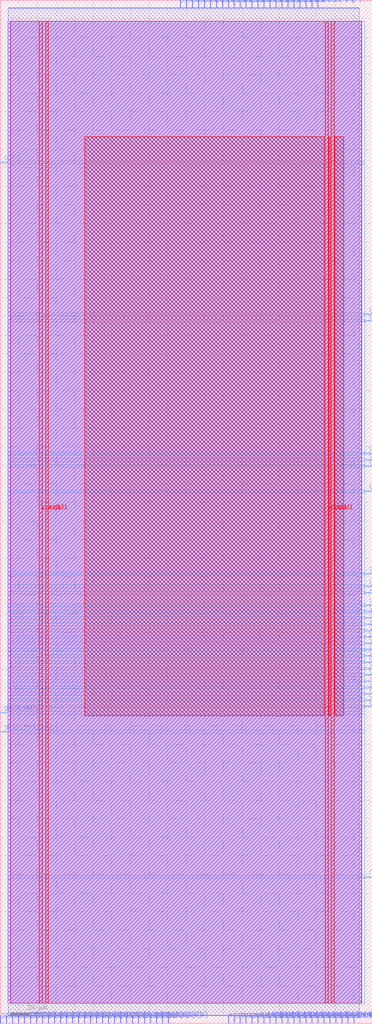
<source format=lef>
VERSION 5.7 ;
  NOWIREEXTENSIONATPIN ON ;
  DIVIDERCHAR "/" ;
  BUSBITCHARS "[]" ;
MACRO team_10
  CLASS BLOCK ;
  FOREIGN team_10 ;
  ORIGIN 0.000 0.000 ;
  SIZE 200.000 BY 550.000 ;
  PIN clk
    DIRECTION INPUT ;
    USE SIGNAL ;
    ANTENNAGATEAREA 0.852000 ;
    ANTENNADIFFAREA 0.434700 ;
    PORT
      LAYER met3 ;
        RECT 0.000 462.440 4.000 463.040 ;
    END
  END clk
  PIN en
    DIRECTION INPUT ;
    USE SIGNAL ;
    ANTENNAGATEAREA 0.196500 ;
    ANTENNADIFFAREA 0.434700 ;
    PORT
      LAYER met2 ;
        RECT 122.450 0.000 122.730 4.000 ;
    END
  END en
  PIN gpio_in[0]
    DIRECTION INPUT ;
    USE SIGNAL ;
    PORT
      LAYER met2 ;
        RECT 0.090 0.000 0.370 4.000 ;
    END
  END gpio_in[0]
  PIN gpio_in[10]
    DIRECTION INPUT ;
    USE SIGNAL ;
    PORT
      LAYER met2 ;
        RECT 3.310 0.000 3.590 4.000 ;
    END
  END gpio_in[10]
  PIN gpio_in[11]
    DIRECTION INPUT ;
    USE SIGNAL ;
    PORT
      LAYER met2 ;
        RECT 6.530 0.000 6.810 4.000 ;
    END
  END gpio_in[11]
  PIN gpio_in[12]
    DIRECTION INPUT ;
    USE SIGNAL ;
    PORT
      LAYER met2 ;
        RECT 9.750 0.000 10.030 4.000 ;
    END
  END gpio_in[12]
  PIN gpio_in[13]
    DIRECTION INPUT ;
    USE SIGNAL ;
    PORT
      LAYER met2 ;
        RECT 12.970 0.000 13.250 4.000 ;
    END
  END gpio_in[13]
  PIN gpio_in[14]
    DIRECTION INPUT ;
    USE SIGNAL ;
    PORT
      LAYER met2 ;
        RECT 16.190 0.000 16.470 4.000 ;
    END
  END gpio_in[14]
  PIN gpio_in[15]
    DIRECTION INPUT ;
    USE SIGNAL ;
    PORT
      LAYER met2 ;
        RECT 19.410 0.000 19.690 4.000 ;
    END
  END gpio_in[15]
  PIN gpio_in[16]
    DIRECTION INPUT ;
    USE SIGNAL ;
    PORT
      LAYER met2 ;
        RECT 22.630 0.000 22.910 4.000 ;
    END
  END gpio_in[16]
  PIN gpio_in[17]
    DIRECTION INPUT ;
    USE SIGNAL ;
    PORT
      LAYER met2 ;
        RECT 25.850 0.000 26.130 4.000 ;
    END
  END gpio_in[17]
  PIN gpio_in[18]
    DIRECTION INPUT ;
    USE SIGNAL ;
    PORT
      LAYER met2 ;
        RECT 29.070 0.000 29.350 4.000 ;
    END
  END gpio_in[18]
  PIN gpio_in[19]
    DIRECTION INPUT ;
    USE SIGNAL ;
    PORT
      LAYER met2 ;
        RECT 32.290 0.000 32.570 4.000 ;
    END
  END gpio_in[19]
  PIN gpio_in[1]
    DIRECTION INPUT ;
    USE SIGNAL ;
    PORT
      LAYER met2 ;
        RECT 35.510 0.000 35.790 4.000 ;
    END
  END gpio_in[1]
  PIN gpio_in[20]
    DIRECTION INPUT ;
    USE SIGNAL ;
    ANTENNAGATEAREA 0.159000 ;
    ANTENNADIFFAREA 0.434700 ;
    PORT
      LAYER met2 ;
        RECT 41.950 0.000 42.230 4.000 ;
    END
  END gpio_in[20]
  PIN gpio_in[21]
    DIRECTION INPUT ;
    USE SIGNAL ;
    ANTENNAGATEAREA 0.213000 ;
    ANTENNADIFFAREA 0.434700 ;
    PORT
      LAYER met2 ;
        RECT 103.130 546.000 103.410 550.000 ;
    END
  END gpio_in[21]
  PIN gpio_in[22]
    DIRECTION INPUT ;
    USE SIGNAL ;
    ANTENNAGATEAREA 0.213000 ;
    ANTENNADIFFAREA 0.434700 ;
    PORT
      LAYER met2 ;
        RECT 119.230 546.000 119.510 550.000 ;
    END
  END gpio_in[22]
  PIN gpio_in[23]
    DIRECTION INPUT ;
    USE SIGNAL ;
    ANTENNAGATEAREA 0.196500 ;
    ANTENNADIFFAREA 0.434700 ;
    PORT
      LAYER met2 ;
        RECT 96.690 546.000 96.970 550.000 ;
    END
  END gpio_in[23]
  PIN gpio_in[24]
    DIRECTION INPUT ;
    USE SIGNAL ;
    ANTENNAGATEAREA 0.213000 ;
    ANTENNADIFFAREA 0.434700 ;
    PORT
      LAYER met2 ;
        RECT 99.910 546.000 100.190 550.000 ;
    END
  END gpio_in[24]
  PIN gpio_in[25]
    DIRECTION INPUT ;
    USE SIGNAL ;
    PORT
      LAYER met2 ;
        RECT 38.730 0.000 39.010 4.000 ;
    END
  END gpio_in[25]
  PIN gpio_in[26]
    DIRECTION INPUT ;
    USE SIGNAL ;
    PORT
      LAYER met2 ;
        RECT 45.170 0.000 45.450 4.000 ;
    END
  END gpio_in[26]
  PIN gpio_in[27]
    DIRECTION INPUT ;
    USE SIGNAL ;
    PORT
      LAYER met2 ;
        RECT 48.390 0.000 48.670 4.000 ;
    END
  END gpio_in[27]
  PIN gpio_in[28]
    DIRECTION INPUT ;
    USE SIGNAL ;
    PORT
      LAYER met2 ;
        RECT 51.610 0.000 51.890 4.000 ;
    END
  END gpio_in[28]
  PIN gpio_in[29]
    DIRECTION INPUT ;
    USE SIGNAL ;
    PORT
      LAYER met2 ;
        RECT 54.830 0.000 55.110 4.000 ;
    END
  END gpio_in[29]
  PIN gpio_in[2]
    DIRECTION INPUT ;
    USE SIGNAL ;
    PORT
      LAYER met2 ;
        RECT 58.050 0.000 58.330 4.000 ;
    END
  END gpio_in[2]
  PIN gpio_in[30]
    DIRECTION INPUT ;
    USE SIGNAL ;
    PORT
      LAYER met2 ;
        RECT 61.270 0.000 61.550 4.000 ;
    END
  END gpio_in[30]
  PIN gpio_in[31]
    DIRECTION INPUT ;
    USE SIGNAL ;
    PORT
      LAYER met2 ;
        RECT 64.490 0.000 64.770 4.000 ;
    END
  END gpio_in[31]
  PIN gpio_in[32]
    DIRECTION INPUT ;
    USE SIGNAL ;
    PORT
      LAYER met2 ;
        RECT 67.710 0.000 67.990 4.000 ;
    END
  END gpio_in[32]
  PIN gpio_in[33]
    DIRECTION INPUT ;
    USE SIGNAL ;
    ANTENNAGATEAREA 0.213000 ;
    ANTENNADIFFAREA 0.434700 ;
    PORT
      LAYER met3 ;
        RECT 196.000 224.440 200.000 225.040 ;
    END
  END gpio_in[33]
  PIN gpio_in[3]
    DIRECTION INPUT ;
    USE SIGNAL ;
    PORT
      LAYER met2 ;
        RECT 70.930 0.000 71.210 4.000 ;
    END
  END gpio_in[3]
  PIN gpio_in[4]
    DIRECTION INPUT ;
    USE SIGNAL ;
    PORT
      LAYER met2 ;
        RECT 74.150 0.000 74.430 4.000 ;
    END
  END gpio_in[4]
  PIN gpio_in[5]
    DIRECTION INPUT ;
    USE SIGNAL ;
    PORT
      LAYER met2 ;
        RECT 77.370 0.000 77.650 4.000 ;
    END
  END gpio_in[5]
  PIN gpio_in[6]
    DIRECTION INPUT ;
    USE SIGNAL ;
    PORT
      LAYER met2 ;
        RECT 80.590 0.000 80.870 4.000 ;
    END
  END gpio_in[6]
  PIN gpio_in[7]
    DIRECTION INPUT ;
    USE SIGNAL ;
    PORT
      LAYER met2 ;
        RECT 83.810 0.000 84.090 4.000 ;
    END
  END gpio_in[7]
  PIN gpio_in[8]
    DIRECTION INPUT ;
    USE SIGNAL ;
    PORT
      LAYER met2 ;
        RECT 87.030 0.000 87.310 4.000 ;
    END
  END gpio_in[8]
  PIN gpio_in[9]
    DIRECTION INPUT ;
    USE SIGNAL ;
    PORT
      LAYER met2 ;
        RECT 90.250 0.000 90.530 4.000 ;
    END
  END gpio_in[9]
  PIN gpio_oeb[0]
    DIRECTION OUTPUT ;
    USE SIGNAL ;
    ANTENNADIFFAREA 0.445500 ;
    PORT
      LAYER met3 ;
        RECT 196.000 217.640 200.000 218.240 ;
    END
  END gpio_oeb[0]
  PIN gpio_oeb[10]
    DIRECTION OUTPUT ;
    USE SIGNAL ;
    ANTENNADIFFAREA 0.445500 ;
    PORT
      LAYER met2 ;
        RECT 190.070 0.000 190.350 4.000 ;
    END
  END gpio_oeb[10]
  PIN gpio_oeb[11]
    DIRECTION OUTPUT ;
    USE SIGNAL ;
    ANTENNADIFFAREA 0.445500 ;
    PORT
      LAYER met2 ;
        RECT 157.870 0.000 158.150 4.000 ;
    END
  END gpio_oeb[11]
  PIN gpio_oeb[12]
    DIRECTION OUTPUT ;
    USE SIGNAL ;
    ANTENNADIFFAREA 0.445500 ;
    PORT
      LAYER met2 ;
        RECT 177.190 0.000 177.470 4.000 ;
    END
  END gpio_oeb[12]
  PIN gpio_oeb[13]
    DIRECTION OUTPUT ;
    USE SIGNAL ;
    ANTENNADIFFAREA 0.445500 ;
    PORT
      LAYER met2 ;
        RECT 151.430 0.000 151.710 4.000 ;
    END
  END gpio_oeb[13]
  PIN gpio_oeb[14]
    DIRECTION OUTPUT ;
    USE SIGNAL ;
    ANTENNADIFFAREA 0.445500 ;
    PORT
      LAYER met3 ;
        RECT 196.000 187.040 200.000 187.640 ;
    END
  END gpio_oeb[14]
  PIN gpio_oeb[15]
    DIRECTION OUTPUT ;
    USE SIGNAL ;
    ANTENNADIFFAREA 0.445500 ;
    PORT
      LAYER met3 ;
        RECT 196.000 190.440 200.000 191.040 ;
    END
  END gpio_oeb[15]
  PIN gpio_oeb[16]
    DIRECTION OUTPUT ;
    USE SIGNAL ;
    ANTENNADIFFAREA 0.445500 ;
    PORT
      LAYER met2 ;
        RECT 125.670 0.000 125.950 4.000 ;
    END
  END gpio_oeb[16]
  PIN gpio_oeb[17]
    DIRECTION OUTPUT ;
    USE SIGNAL ;
    ANTENNADIFFAREA 0.445500 ;
    PORT
      LAYER met2 ;
        RECT 148.210 0.000 148.490 4.000 ;
    END
  END gpio_oeb[17]
  PIN gpio_oeb[18]
    DIRECTION OUTPUT ;
    USE SIGNAL ;
    ANTENNADIFFAREA 0.445500 ;
    PORT
      LAYER met2 ;
        RECT 161.090 0.000 161.370 4.000 ;
    END
  END gpio_oeb[18]
  PIN gpio_oeb[19]
    DIRECTION OUTPUT ;
    USE SIGNAL ;
    ANTENNADIFFAREA 0.445500 ;
    PORT
      LAYER met2 ;
        RECT 144.990 0.000 145.270 4.000 ;
    END
  END gpio_oeb[19]
  PIN gpio_oeb[1]
    DIRECTION OUTPUT ;
    USE SIGNAL ;
    ANTENNADIFFAREA 0.445500 ;
    PORT
      LAYER met3 ;
        RECT 196.000 193.840 200.000 194.440 ;
    END
  END gpio_oeb[1]
  PIN gpio_oeb[20]
    DIRECTION OUTPUT ;
    USE SIGNAL ;
    ANTENNADIFFAREA 0.445500 ;
    PORT
      LAYER met3 ;
        RECT 196.000 207.440 200.000 208.040 ;
    END
  END gpio_oeb[20]
  PIN gpio_oeb[21]
    DIRECTION OUTPUT ;
    USE SIGNAL ;
    ANTENNADIFFAREA 0.445500 ;
    PORT
      LAYER met3 ;
        RECT 196.000 214.240 200.000 214.840 ;
    END
  END gpio_oeb[21]
  PIN gpio_oeb[22]
    DIRECTION OUTPUT ;
    USE SIGNAL ;
    ANTENNADIFFAREA 0.445500 ;
    PORT
      LAYER met3 ;
        RECT 196.000 197.240 200.000 197.840 ;
    END
  END gpio_oeb[22]
  PIN gpio_oeb[23]
    DIRECTION OUTPUT ;
    USE SIGNAL ;
    ANTENNADIFFAREA 0.445500 ;
    PORT
      LAYER met3 ;
        RECT 196.000 180.240 200.000 180.840 ;
    END
  END gpio_oeb[23]
  PIN gpio_oeb[24]
    DIRECTION OUTPUT ;
    USE SIGNAL ;
    ANTENNADIFFAREA 0.445500 ;
    PORT
      LAYER met3 ;
        RECT 196.000 210.840 200.000 211.440 ;
    END
  END gpio_oeb[24]
  PIN gpio_oeb[25]
    DIRECTION OUTPUT ;
    USE SIGNAL ;
    ANTENNADIFFAREA 0.445500 ;
    PORT
      LAYER met2 ;
        RECT 141.770 0.000 142.050 4.000 ;
    END
  END gpio_oeb[25]
  PIN gpio_oeb[26]
    DIRECTION OUTPUT ;
    USE SIGNAL ;
    ANTENNADIFFAREA 0.445500 ;
    PORT
      LAYER met2 ;
        RECT 180.410 0.000 180.690 4.000 ;
    END
  END gpio_oeb[26]
  PIN gpio_oeb[27]
    DIRECTION OUTPUT ;
    USE SIGNAL ;
    ANTENNADIFFAREA 0.445500 ;
    PORT
      LAYER met2 ;
        RECT 132.110 0.000 132.390 4.000 ;
    END
  END gpio_oeb[27]
  PIN gpio_oeb[28]
    DIRECTION OUTPUT ;
    USE SIGNAL ;
    ANTENNADIFFAREA 0.445500 ;
    PORT
      LAYER met2 ;
        RECT 173.970 0.000 174.250 4.000 ;
    END
  END gpio_oeb[28]
  PIN gpio_oeb[29]
    DIRECTION OUTPUT ;
    USE SIGNAL ;
    ANTENNADIFFAREA 0.445500 ;
    PORT
      LAYER met2 ;
        RECT 167.530 0.000 167.810 4.000 ;
    END
  END gpio_oeb[29]
  PIN gpio_oeb[2]
    DIRECTION OUTPUT ;
    USE SIGNAL ;
    ANTENNADIFFAREA 0.445500 ;
    PORT
      LAYER met3 ;
        RECT 196.000 176.840 200.000 177.440 ;
    END
  END gpio_oeb[2]
  PIN gpio_oeb[30]
    DIRECTION OUTPUT ;
    USE SIGNAL ;
    ANTENNADIFFAREA 0.445500 ;
    PORT
      LAYER met2 ;
        RECT 138.550 0.000 138.830 4.000 ;
    END
  END gpio_oeb[30]
  PIN gpio_oeb[31]
    DIRECTION OUTPUT ;
    USE SIGNAL ;
    ANTENNADIFFAREA 0.445500 ;
    PORT
      LAYER met2 ;
        RECT 183.630 0.000 183.910 4.000 ;
    END
  END gpio_oeb[31]
  PIN gpio_oeb[32]
    DIRECTION OUTPUT ;
    USE SIGNAL ;
    ANTENNADIFFAREA 0.445500 ;
    PORT
      LAYER met2 ;
        RECT 154.650 0.000 154.930 4.000 ;
    END
  END gpio_oeb[32]
  PIN gpio_oeb[33]
    DIRECTION OUTPUT ;
    USE SIGNAL ;
    ANTENNADIFFAREA 0.445500 ;
    PORT
      LAYER met3 ;
        RECT 196.000 183.640 200.000 184.240 ;
    END
  END gpio_oeb[33]
  PIN gpio_oeb[3]
    DIRECTION OUTPUT ;
    USE SIGNAL ;
    ANTENNADIFFAREA 0.445500 ;
    PORT
      LAYER met3 ;
        RECT 196.000 173.440 200.000 174.040 ;
    END
  END gpio_oeb[3]
  PIN gpio_oeb[4]
    DIRECTION OUTPUT ;
    USE SIGNAL ;
    ANTENNADIFFAREA 0.445500 ;
    PORT
      LAYER met3 ;
        RECT 196.000 204.040 200.000 204.640 ;
    END
  END gpio_oeb[4]
  PIN gpio_oeb[5]
    DIRECTION OUTPUT ;
    USE SIGNAL ;
    ANTENNADIFFAREA 0.445500 ;
    PORT
      LAYER met3 ;
        RECT 196.000 170.040 200.000 170.640 ;
    END
  END gpio_oeb[5]
  PIN gpio_oeb[6]
    DIRECTION OUTPUT ;
    USE SIGNAL ;
    ANTENNADIFFAREA 0.445500 ;
    PORT
      LAYER met2 ;
        RECT 170.750 0.000 171.030 4.000 ;
    END
  END gpio_oeb[6]
  PIN gpio_oeb[7]
    DIRECTION OUTPUT ;
    USE SIGNAL ;
    ANTENNADIFFAREA 0.445500 ;
    PORT
      LAYER met2 ;
        RECT 164.310 0.000 164.590 4.000 ;
    END
  END gpio_oeb[7]
  PIN gpio_oeb[8]
    DIRECTION OUTPUT ;
    USE SIGNAL ;
    ANTENNADIFFAREA 0.445500 ;
    PORT
      LAYER met2 ;
        RECT 186.850 0.000 187.130 4.000 ;
    END
  END gpio_oeb[8]
  PIN gpio_oeb[9]
    DIRECTION OUTPUT ;
    USE SIGNAL ;
    ANTENNADIFFAREA 0.445500 ;
    PORT
      LAYER met2 ;
        RECT 128.890 0.000 129.170 4.000 ;
    END
  END gpio_oeb[9]
  PIN gpio_out[0]
    DIRECTION OUTPUT ;
    USE SIGNAL ;
    ANTENNADIFFAREA 0.445500 ;
    PORT
      LAYER met2 ;
        RECT 170.750 546.000 171.030 550.000 ;
    END
  END gpio_out[0]
  PIN gpio_out[10]
    DIRECTION OUTPUT ;
    USE SIGNAL ;
    ANTENNADIFFAREA 0.445500 ;
    PORT
      LAYER met3 ;
        RECT 196.000 299.240 200.000 299.840 ;
    END
  END gpio_out[10]
  PIN gpio_out[11]
    DIRECTION OUTPUT ;
    USE SIGNAL ;
    ANTENNADIFFAREA 0.445500 ;
    PORT
      LAYER met3 ;
        RECT 196.000 285.640 200.000 286.240 ;
    END
  END gpio_out[11]
  PIN gpio_out[12]
    DIRECTION OUTPUT ;
    USE SIGNAL ;
    ANTENNADIFFAREA 0.445500 ;
    PORT
      LAYER met3 ;
        RECT 196.000 306.040 200.000 306.640 ;
    END
  END gpio_out[12]
  PIN gpio_out[13]
    DIRECTION OUTPUT ;
    USE SIGNAL ;
    ANTENNADIFFAREA 0.445500 ;
    PORT
      LAYER met3 ;
        RECT 196.000 241.440 200.000 242.040 ;
    END
  END gpio_out[13]
  PIN gpio_out[14]
    DIRECTION OUTPUT ;
    USE SIGNAL ;
    ANTENNADIFFAREA 0.445500 ;
    PORT
      LAYER met2 ;
        RECT 161.090 546.000 161.370 550.000 ;
    END
  END gpio_out[14]
  PIN gpio_out[15]
    DIRECTION OUTPUT ;
    USE SIGNAL ;
    ANTENNADIFFAREA 0.445500 ;
    PORT
      LAYER met2 ;
        RECT 128.890 546.000 129.170 550.000 ;
    END
  END gpio_out[15]
  PIN gpio_out[16]
    DIRECTION OUTPUT ;
    USE SIGNAL ;
    ANTENNADIFFAREA 0.445500 ;
    PORT
      LAYER met3 ;
        RECT 196.000 377.440 200.000 378.040 ;
    END
  END gpio_out[16]
  PIN gpio_out[17]
    DIRECTION OUTPUT ;
    USE SIGNAL ;
    ANTENNADIFFAREA 0.445500 ;
    PORT
      LAYER met3 ;
        RECT 0.000 166.640 4.000 167.240 ;
    END
  END gpio_out[17]
  PIN gpio_out[18]
    DIRECTION OUTPUT ;
    USE SIGNAL ;
    ANTENNADIFFAREA 0.445500 ;
    PORT
      LAYER met3 ;
        RECT 0.000 156.440 4.000 157.040 ;
    END
  END gpio_out[18]
  PIN gpio_out[19]
    DIRECTION OUTPUT ;
    USE SIGNAL ;
    ANTENNADIFFAREA 0.445500 ;
    PORT
      LAYER met2 ;
        RECT 148.210 546.000 148.490 550.000 ;
    END
  END gpio_out[19]
  PIN gpio_out[1]
    DIRECTION OUTPUT ;
    USE SIGNAL ;
    ANTENNADIFFAREA 0.445500 ;
    PORT
      LAYER met2 ;
        RECT 151.430 546.000 151.710 550.000 ;
    END
  END gpio_out[1]
  PIN gpio_out[20]
    DIRECTION OUTPUT ;
    USE SIGNAL ;
    ANTENNADIFFAREA 0.445500 ;
    PORT
      LAYER met2 ;
        RECT 154.650 546.000 154.930 550.000 ;
    END
  END gpio_out[20]
  PIN gpio_out[21]
    DIRECTION OUTPUT ;
    USE SIGNAL ;
    ANTENNADIFFAREA 0.445500 ;
    PORT
      LAYER met2 ;
        RECT 144.990 546.000 145.270 550.000 ;
    END
  END gpio_out[21]
  PIN gpio_out[22]
    DIRECTION OUTPUT ;
    USE SIGNAL ;
    ANTENNADIFFAREA 0.445500 ;
    PORT
      LAYER met2 ;
        RECT 157.870 546.000 158.150 550.000 ;
    END
  END gpio_out[22]
  PIN gpio_out[23]
    DIRECTION OUTPUT ;
    USE SIGNAL ;
    ANTENNADIFFAREA 0.445500 ;
    PORT
      LAYER met2 ;
        RECT 141.770 546.000 142.050 550.000 ;
    END
  END gpio_out[23]
  PIN gpio_out[24]
    DIRECTION OUTPUT ;
    USE SIGNAL ;
    ANTENNADIFFAREA 0.445500 ;
    PORT
      LAYER met2 ;
        RECT 125.670 546.000 125.950 550.000 ;
    END
  END gpio_out[24]
  PIN gpio_out[25]
    DIRECTION OUTPUT ;
    USE SIGNAL ;
    ANTENNADIFFAREA 0.445500 ;
    PORT
      LAYER met3 ;
        RECT 196.000 380.840 200.000 381.440 ;
    END
  END gpio_out[25]
  PIN gpio_out[26]
    DIRECTION OUTPUT ;
    USE SIGNAL ;
    ANTENNADIFFAREA 0.445500 ;
    PORT
      LAYER met3 ;
        RECT 196.000 200.640 200.000 201.240 ;
    END
  END gpio_out[26]
  PIN gpio_out[27]
    DIRECTION OUTPUT ;
    USE SIGNAL ;
    ANTENNADIFFAREA 0.445500 ;
    PORT
      LAYER met2 ;
        RECT 135.330 546.000 135.610 550.000 ;
    END
  END gpio_out[27]
  PIN gpio_out[28]
    DIRECTION OUTPUT ;
    USE SIGNAL ;
    ANTENNADIFFAREA 0.445500 ;
    PORT
      LAYER met2 ;
        RECT 135.330 0.000 135.610 4.000 ;
    END
  END gpio_out[28]
  PIN gpio_out[29]
    DIRECTION OUTPUT ;
    USE SIGNAL ;
    ANTENNADIFFAREA 0.445500 ;
    PORT
      LAYER met2 ;
        RECT 116.010 546.000 116.290 550.000 ;
    END
  END gpio_out[29]
  PIN gpio_out[2]
    DIRECTION OUTPUT ;
    USE SIGNAL ;
    ANTENNADIFFAREA 0.445500 ;
    PORT
      LAYER met2 ;
        RECT 132.110 546.000 132.390 550.000 ;
    END
  END gpio_out[2]
  PIN gpio_out[30]
    DIRECTION OUTPUT ;
    USE SIGNAL ;
    ANTENNADIFFAREA 0.445500 ;
    PORT
      LAYER met2 ;
        RECT 109.570 546.000 109.850 550.000 ;
    END
  END gpio_out[30]
  PIN gpio_out[31]
    DIRECTION OUTPUT ;
    USE SIGNAL ;
    ANTENNADIFFAREA 0.445500 ;
    PORT
      LAYER met2 ;
        RECT 112.790 546.000 113.070 550.000 ;
    END
  END gpio_out[31]
  PIN gpio_out[32]
    DIRECTION OUTPUT ;
    USE SIGNAL ;
    ANTENNADIFFAREA 0.445500 ;
    PORT
      LAYER met2 ;
        RECT 106.350 546.000 106.630 550.000 ;
    END
  END gpio_out[32]
  PIN gpio_out[33]
    DIRECTION OUTPUT ;
    USE SIGNAL ;
    ANTENNADIFFAREA 0.445500 ;
    PORT
      LAYER met2 ;
        RECT 164.310 546.000 164.590 550.000 ;
    END
  END gpio_out[33]
  PIN gpio_out[3]
    DIRECTION OUTPUT ;
    USE SIGNAL ;
    ANTENNADIFFAREA 0.445500 ;
    PORT
      LAYER met2 ;
        RECT 138.550 546.000 138.830 550.000 ;
    END
  END gpio_out[3]
  PIN gpio_out[4]
    DIRECTION OUTPUT ;
    USE SIGNAL ;
    ANTENNADIFFAREA 0.445500 ;
    PORT
      LAYER met2 ;
        RECT 122.450 546.000 122.730 550.000 ;
    END
  END gpio_out[4]
  PIN gpio_out[5]
    DIRECTION OUTPUT ;
    USE SIGNAL ;
    ANTENNADIFFAREA 0.445500 ;
    PORT
      LAYER met2 ;
        RECT 167.530 546.000 167.810 550.000 ;
    END
  END gpio_out[5]
  PIN gpio_out[6]
    DIRECTION OUTPUT ;
    USE SIGNAL ;
    ANTENNADIFFAREA 0.445500 ;
    PORT
      LAYER met3 ;
        RECT 196.000 221.040 200.000 221.640 ;
    END
  END gpio_out[6]
  PIN gpio_out[7]
    DIRECTION OUTPUT ;
    USE SIGNAL ;
    ANTENNADIFFAREA 0.445500 ;
    PORT
      LAYER met3 ;
        RECT 196.000 302.640 200.000 303.240 ;
    END
  END gpio_out[7]
  PIN gpio_out[8]
    DIRECTION OUTPUT ;
    USE SIGNAL ;
    ANTENNADIFFAREA 0.445500 ;
    PORT
      LAYER met3 ;
        RECT 196.000 231.240 200.000 231.840 ;
    END
  END gpio_out[8]
  PIN gpio_out[9]
    DIRECTION OUTPUT ;
    USE SIGNAL ;
    ANTENNADIFFAREA 0.445500 ;
    PORT
      LAYER met3 ;
        RECT 196.000 234.640 200.000 235.240 ;
    END
  END gpio_out[9]
  PIN nrst
    DIRECTION INPUT ;
    USE SIGNAL ;
    ANTENNAGATEAREA 0.196500 ;
    ANTENNADIFFAREA 0.434700 ;
    PORT
      LAYER met3 ;
        RECT 196.000 78.240 200.000 78.840 ;
    END
  END nrst
  PIN vccd1
    DIRECTION INOUT ;
    USE POWER ;
    PORT
      LAYER met4 ;
        RECT 21.040 10.640 22.640 538.800 ;
    END
    PORT
      LAYER met4 ;
        RECT 174.640 10.640 176.240 538.800 ;
    END
  END vccd1
  PIN vssd1
    DIRECTION INOUT ;
    USE GROUND ;
    PORT
      LAYER met4 ;
        RECT 24.340 10.640 25.940 538.800 ;
    END
    PORT
      LAYER met4 ;
        RECT 177.940 10.640 179.540 538.800 ;
    END
  END vssd1
  OBS
      LAYER nwell ;
        RECT 5.330 10.795 194.310 538.645 ;
      LAYER li1 ;
        RECT 5.520 10.795 194.120 538.645 ;
      LAYER met1 ;
        RECT 4.210 10.640 194.420 538.800 ;
      LAYER met2 ;
        RECT 4.230 545.720 96.410 546.000 ;
        RECT 97.250 545.720 99.630 546.000 ;
        RECT 100.470 545.720 102.850 546.000 ;
        RECT 103.690 545.720 106.070 546.000 ;
        RECT 106.910 545.720 109.290 546.000 ;
        RECT 110.130 545.720 112.510 546.000 ;
        RECT 113.350 545.720 115.730 546.000 ;
        RECT 116.570 545.720 118.950 546.000 ;
        RECT 119.790 545.720 122.170 546.000 ;
        RECT 123.010 545.720 125.390 546.000 ;
        RECT 126.230 545.720 128.610 546.000 ;
        RECT 129.450 545.720 131.830 546.000 ;
        RECT 132.670 545.720 135.050 546.000 ;
        RECT 135.890 545.720 138.270 546.000 ;
        RECT 139.110 545.720 141.490 546.000 ;
        RECT 142.330 545.720 144.710 546.000 ;
        RECT 145.550 545.720 147.930 546.000 ;
        RECT 148.770 545.720 151.150 546.000 ;
        RECT 151.990 545.720 154.370 546.000 ;
        RECT 155.210 545.720 157.590 546.000 ;
        RECT 158.430 545.720 160.810 546.000 ;
        RECT 161.650 545.720 164.030 546.000 ;
        RECT 164.870 545.720 167.250 546.000 ;
        RECT 168.090 545.720 170.470 546.000 ;
        RECT 171.310 545.720 193.100 546.000 ;
        RECT 4.230 4.280 193.100 545.720 ;
        RECT 4.230 4.000 6.250 4.280 ;
        RECT 7.090 4.000 9.470 4.280 ;
        RECT 10.310 4.000 12.690 4.280 ;
        RECT 13.530 4.000 15.910 4.280 ;
        RECT 16.750 4.000 19.130 4.280 ;
        RECT 19.970 4.000 22.350 4.280 ;
        RECT 23.190 4.000 25.570 4.280 ;
        RECT 26.410 4.000 28.790 4.280 ;
        RECT 29.630 4.000 32.010 4.280 ;
        RECT 32.850 4.000 35.230 4.280 ;
        RECT 36.070 4.000 38.450 4.280 ;
        RECT 39.290 4.000 41.670 4.280 ;
        RECT 42.510 4.000 44.890 4.280 ;
        RECT 45.730 4.000 48.110 4.280 ;
        RECT 48.950 4.000 51.330 4.280 ;
        RECT 52.170 4.000 54.550 4.280 ;
        RECT 55.390 4.000 57.770 4.280 ;
        RECT 58.610 4.000 60.990 4.280 ;
        RECT 61.830 4.000 64.210 4.280 ;
        RECT 65.050 4.000 67.430 4.280 ;
        RECT 68.270 4.000 70.650 4.280 ;
        RECT 71.490 4.000 73.870 4.280 ;
        RECT 74.710 4.000 77.090 4.280 ;
        RECT 77.930 4.000 80.310 4.280 ;
        RECT 81.150 4.000 83.530 4.280 ;
        RECT 84.370 4.000 86.750 4.280 ;
        RECT 87.590 4.000 89.970 4.280 ;
        RECT 90.810 4.000 122.170 4.280 ;
        RECT 123.010 4.000 125.390 4.280 ;
        RECT 126.230 4.000 128.610 4.280 ;
        RECT 129.450 4.000 131.830 4.280 ;
        RECT 132.670 4.000 135.050 4.280 ;
        RECT 135.890 4.000 138.270 4.280 ;
        RECT 139.110 4.000 141.490 4.280 ;
        RECT 142.330 4.000 144.710 4.280 ;
        RECT 145.550 4.000 147.930 4.280 ;
        RECT 148.770 4.000 151.150 4.280 ;
        RECT 151.990 4.000 154.370 4.280 ;
        RECT 155.210 4.000 157.590 4.280 ;
        RECT 158.430 4.000 160.810 4.280 ;
        RECT 161.650 4.000 164.030 4.280 ;
        RECT 164.870 4.000 167.250 4.280 ;
        RECT 168.090 4.000 170.470 4.280 ;
        RECT 171.310 4.000 173.690 4.280 ;
        RECT 174.530 4.000 176.910 4.280 ;
        RECT 177.750 4.000 180.130 4.280 ;
        RECT 180.970 4.000 183.350 4.280 ;
        RECT 184.190 4.000 186.570 4.280 ;
        RECT 187.410 4.000 189.790 4.280 ;
        RECT 190.630 4.000 193.100 4.280 ;
      LAYER met3 ;
        RECT 3.990 463.440 196.000 538.725 ;
        RECT 4.400 462.040 196.000 463.440 ;
        RECT 3.990 381.840 196.000 462.040 ;
        RECT 3.990 380.440 195.600 381.840 ;
        RECT 3.990 378.440 196.000 380.440 ;
        RECT 3.990 377.040 195.600 378.440 ;
        RECT 3.990 307.040 196.000 377.040 ;
        RECT 3.990 305.640 195.600 307.040 ;
        RECT 3.990 303.640 196.000 305.640 ;
        RECT 3.990 302.240 195.600 303.640 ;
        RECT 3.990 300.240 196.000 302.240 ;
        RECT 3.990 298.840 195.600 300.240 ;
        RECT 3.990 286.640 196.000 298.840 ;
        RECT 3.990 285.240 195.600 286.640 ;
        RECT 3.990 242.440 196.000 285.240 ;
        RECT 3.990 241.040 195.600 242.440 ;
        RECT 3.990 235.640 196.000 241.040 ;
        RECT 3.990 234.240 195.600 235.640 ;
        RECT 3.990 232.240 196.000 234.240 ;
        RECT 3.990 230.840 195.600 232.240 ;
        RECT 3.990 225.440 196.000 230.840 ;
        RECT 3.990 224.040 195.600 225.440 ;
        RECT 3.990 222.040 196.000 224.040 ;
        RECT 3.990 220.640 195.600 222.040 ;
        RECT 3.990 218.640 196.000 220.640 ;
        RECT 3.990 217.240 195.600 218.640 ;
        RECT 3.990 215.240 196.000 217.240 ;
        RECT 3.990 213.840 195.600 215.240 ;
        RECT 3.990 211.840 196.000 213.840 ;
        RECT 3.990 210.440 195.600 211.840 ;
        RECT 3.990 208.440 196.000 210.440 ;
        RECT 3.990 207.040 195.600 208.440 ;
        RECT 3.990 205.040 196.000 207.040 ;
        RECT 3.990 203.640 195.600 205.040 ;
        RECT 3.990 201.640 196.000 203.640 ;
        RECT 3.990 200.240 195.600 201.640 ;
        RECT 3.990 198.240 196.000 200.240 ;
        RECT 3.990 196.840 195.600 198.240 ;
        RECT 3.990 194.840 196.000 196.840 ;
        RECT 3.990 193.440 195.600 194.840 ;
        RECT 3.990 191.440 196.000 193.440 ;
        RECT 3.990 190.040 195.600 191.440 ;
        RECT 3.990 188.040 196.000 190.040 ;
        RECT 3.990 186.640 195.600 188.040 ;
        RECT 3.990 184.640 196.000 186.640 ;
        RECT 3.990 183.240 195.600 184.640 ;
        RECT 3.990 181.240 196.000 183.240 ;
        RECT 3.990 179.840 195.600 181.240 ;
        RECT 3.990 177.840 196.000 179.840 ;
        RECT 3.990 176.440 195.600 177.840 ;
        RECT 3.990 174.440 196.000 176.440 ;
        RECT 3.990 173.040 195.600 174.440 ;
        RECT 3.990 171.040 196.000 173.040 ;
        RECT 3.990 169.640 195.600 171.040 ;
        RECT 3.990 167.640 196.000 169.640 ;
        RECT 4.400 166.240 196.000 167.640 ;
        RECT 3.990 157.440 196.000 166.240 ;
        RECT 4.400 156.040 196.000 157.440 ;
        RECT 3.990 79.240 196.000 156.040 ;
        RECT 3.990 77.840 195.600 79.240 ;
        RECT 3.990 10.715 196.000 77.840 ;
      LAYER met4 ;
        RECT 45.375 165.415 174.240 476.505 ;
        RECT 176.640 165.415 177.540 476.505 ;
        RECT 179.940 165.415 184.625 476.505 ;
  END
END team_10
END LIBRARY


</source>
